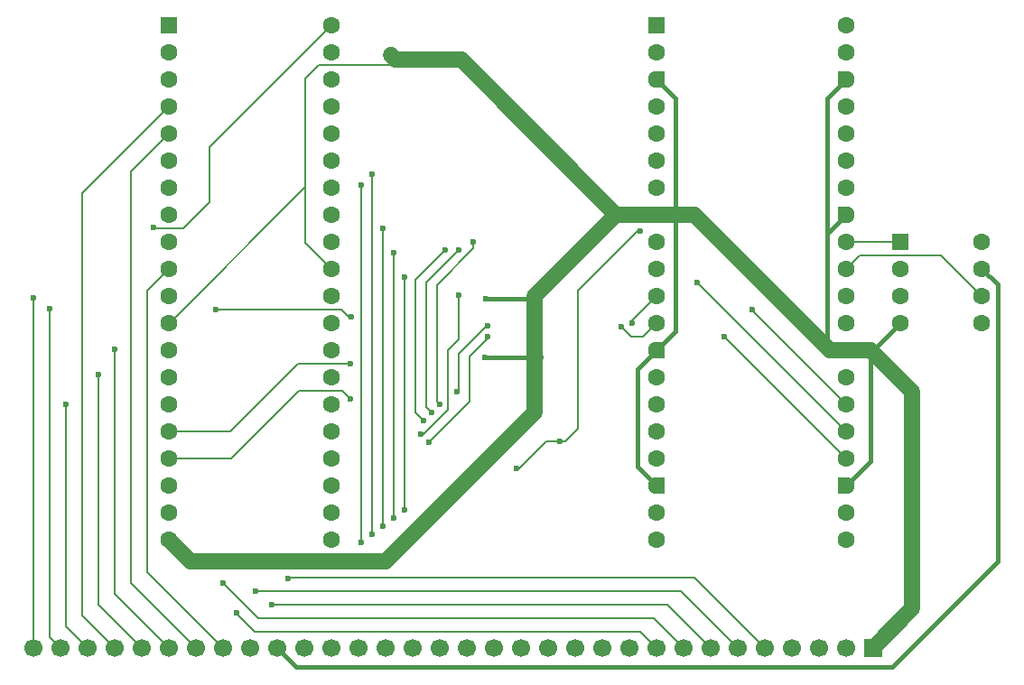
<source format=gbr>
%TF.GenerationSoftware,KiCad,Pcbnew,9.0.6-9.0.6~ubuntu24.04.1*%
%TF.CreationDate,2025-12-07T17:22:10+00:00*%
%TF.ProjectId,board_722039m,626f6172-645f-4373-9232-3033396d2e6b,rev?*%
%TF.SameCoordinates,Original*%
%TF.FileFunction,Copper,L2,Bot*%
%TF.FilePolarity,Positive*%
%FSLAX46Y46*%
G04 Gerber Fmt 4.6, Leading zero omitted, Abs format (unit mm)*
G04 Created by KiCad (PCBNEW 9.0.6-9.0.6~ubuntu24.04.1) date 2025-12-07 17:22:10*
%MOMM*%
%LPD*%
G01*
G04 APERTURE LIST*
G04 Aperture macros list*
%AMRoundRect*
0 Rectangle with rounded corners*
0 $1 Rounding radius*
0 $2 $3 $4 $5 $6 $7 $8 $9 X,Y pos of 4 corners*
0 Add a 4 corners polygon primitive as box body*
4,1,4,$2,$3,$4,$5,$6,$7,$8,$9,$2,$3,0*
0 Add four circle primitives for the rounded corners*
1,1,$1+$1,$2,$3*
1,1,$1+$1,$4,$5*
1,1,$1+$1,$6,$7*
1,1,$1+$1,$8,$9*
0 Add four rect primitives between the rounded corners*
20,1,$1+$1,$2,$3,$4,$5,0*
20,1,$1+$1,$4,$5,$6,$7,0*
20,1,$1+$1,$6,$7,$8,$9,0*
20,1,$1+$1,$8,$9,$2,$3,0*%
%AMFreePoly0*
4,1,37,0.603843,0.796157,0.639018,0.796157,0.711114,0.766294,0.766294,0.711114,0.796157,0.639018,0.796157,0.603843,0.800000,0.600000,0.800000,-0.600000,0.796157,-0.603843,0.796157,-0.639018,0.766294,-0.711114,0.711114,-0.766294,0.639018,-0.796157,0.603843,-0.796157,0.600000,-0.800000,0.000000,-0.800000,0.000000,-0.796148,-0.078414,-0.796148,-0.232228,-0.765552,-0.377117,-0.705537,
-0.507515,-0.618408,-0.618408,-0.507515,-0.705537,-0.377117,-0.765552,-0.232228,-0.796148,-0.078414,-0.796148,0.078414,-0.765552,0.232228,-0.705537,0.377117,-0.618408,0.507515,-0.507515,0.618408,-0.377117,0.705537,-0.232228,0.765552,-0.078414,0.796148,0.000000,0.796148,0.000000,0.800000,0.600000,0.800000,0.603843,0.796157,0.603843,0.796157,$1*%
%AMFreePoly1*
4,1,37,0.000000,0.796148,0.078414,0.796148,0.232228,0.765552,0.377117,0.705537,0.507515,0.618408,0.618408,0.507515,0.705537,0.377117,0.765552,0.232228,0.796148,0.078414,0.796148,-0.078414,0.765552,-0.232228,0.705537,-0.377117,0.618408,-0.507515,0.507515,-0.618408,0.377117,-0.705537,0.232228,-0.765552,0.078414,-0.796148,0.000000,-0.796148,0.000000,-0.800000,-0.600000,-0.800000,
-0.603843,-0.796157,-0.639018,-0.796157,-0.711114,-0.766294,-0.766294,-0.711114,-0.796157,-0.639018,-0.796157,-0.603843,-0.800000,-0.600000,-0.800000,0.600000,-0.796157,0.603843,-0.796157,0.639018,-0.766294,0.711114,-0.711114,0.766294,-0.639018,0.796157,-0.603843,0.796157,-0.600000,0.800000,0.000000,0.800000,0.000000,0.796148,0.000000,0.796148,$1*%
G04 Aperture macros list end*
%TA.AperFunction,ComponentPad*%
%ADD10RoundRect,0.250000X-0.550000X-0.550000X0.550000X-0.550000X0.550000X0.550000X-0.550000X0.550000X0*%
%TD*%
%TA.AperFunction,ComponentPad*%
%ADD11C,1.600000*%
%TD*%
%TA.AperFunction,ComponentPad*%
%ADD12RoundRect,0.200000X-0.600000X-0.600000X0.600000X-0.600000X0.600000X0.600000X-0.600000X0.600000X0*%
%TD*%
%TA.AperFunction,ComponentPad*%
%ADD13FreePoly0,0.000000*%
%TD*%
%TA.AperFunction,ComponentPad*%
%ADD14FreePoly1,0.000000*%
%TD*%
%TA.AperFunction,ComponentPad*%
%ADD15R,1.700000X1.700000*%
%TD*%
%TA.AperFunction,ComponentPad*%
%ADD16C,1.700000*%
%TD*%
%TA.AperFunction,ViaPad*%
%ADD17C,0.600000*%
%TD*%
%TA.AperFunction,Conductor*%
%ADD18C,0.200000*%
%TD*%
%TA.AperFunction,Conductor*%
%ADD19C,0.400000*%
%TD*%
%TA.AperFunction,Conductor*%
%ADD20C,1.500000*%
%TD*%
%TA.AperFunction,Conductor*%
%ADD21C,1.000000*%
%TD*%
G04 APERTURE END LIST*
D10*
%TO.P,U1,1,P1.0/T2*%
%TO.N,/STANDBY*%
X62120000Y-37880000D03*
D11*
%TO.P,U1,2,P1.1/T2EX*%
%TO.N,/KEYB{slash}TX*%
X62120000Y-40420000D03*
%TO.P,U1,3,P1.2*%
%TO.N,/KEYB{slash}RX*%
X62120000Y-42960000D03*
%TO.P,U1,4,P1.3*%
%TO.N,/MODEM{slash}CD*%
X62120000Y-45500000D03*
%TO.P,U1,5,P1.4*%
%TO.N,/MODEM{slash}RELAY*%
X62120000Y-48040000D03*
%TO.P,U1,6,P1.5*%
%TO.N,/MODEM{slash}RTS*%
X62120000Y-50580000D03*
%TO.P,U1,7,P1.6*%
%TO.N,/MODEM{slash}TX*%
X62120000Y-53120000D03*
%TO.P,U1,8,P1.7*%
%TO.N,/PERI{slash}PTIN*%
X62120000Y-55660000D03*
%TO.P,U1,9,RST*%
%TO.N,Net-(U1-RST)*%
X62120000Y-58200000D03*
%TO.P,U1,10,P3.0/RXD*%
%TO.N,/PERI{slash}RX*%
X62120000Y-60740000D03*
%TO.P,U1,11,P3.1/TXD*%
%TO.N,/PERI{slash}TX*%
X62120000Y-63280000D03*
%TO.P,U1,12,P3.2/~{INT0}*%
%TO.N,GND*%
X62120000Y-65820000D03*
%TO.P,U1,13,P3.3/~{INT1}*%
%TO.N,/MODEM{slash}RX*%
X62120000Y-68360000D03*
%TO.P,U1,14,P3.4/T0*%
%TO.N,/PERI{slash}PTOUT*%
X62120000Y-70900000D03*
%TO.P,U1,15,P3.5/T1*%
%TO.N,/MODEM{slash}REVERSAL*%
X62120000Y-73440000D03*
%TO.P,U1,16,P3.6/~{WR}*%
%TO.N,/BUS{slash}WR*%
X62120000Y-75980000D03*
%TO.P,U1,17,P3.7/~{RD}*%
%TO.N,/BUS{slash}RD*%
X62120000Y-78520000D03*
%TO.P,U1,18,XTAL2*%
%TO.N,Net-(JP2-C)*%
X62120000Y-81060000D03*
%TO.P,U1,19,XTAL1*%
%TO.N,Net-(JP1-C)*%
X62120000Y-83600000D03*
%TO.P,U1,20,VSS*%
%TO.N,GND*%
X62120000Y-86140000D03*
%TO.P,U1,21,P2.0/A8*%
%TO.N,/BUS{slash}A8*%
X77360000Y-86140000D03*
%TO.P,U1,22,P2.1/A9*%
%TO.N,/BUS{slash}A9*%
X77360000Y-83600000D03*
%TO.P,U1,23,P2.2/A10*%
%TO.N,/BUS{slash}A10*%
X77360000Y-81060000D03*
%TO.P,U1,24,P2.3/A11*%
%TO.N,/BUS{slash}A11*%
X77360000Y-78520000D03*
%TO.P,U1,25,P2.4/A12*%
%TO.N,/BUS{slash}A12*%
X77360000Y-75980000D03*
%TO.P,U1,26,P2.5/A13*%
%TO.N,/BUS{slash}A13*%
X77360000Y-73440000D03*
%TO.P,U1,27,P2.6/A14*%
%TO.N,/BUS{slash}A14*%
X77360000Y-70900000D03*
%TO.P,U1,28,P2.7/A15*%
%TO.N,/BUS{slash}A15*%
X77360000Y-68360000D03*
%TO.P,U1,29,~{PSEN}*%
%TO.N,/BUS{slash}PSEN*%
X77360000Y-65820000D03*
%TO.P,U1,30,ALE*%
%TO.N,/BUS{slash}ALE*%
X77360000Y-63280000D03*
%TO.P,U1,31,~{EA}*%
%TO.N,GND*%
X77360000Y-60740000D03*
%TO.P,U1,32,P0.7/AD7*%
%TO.N,/BUS{slash}AD7*%
X77360000Y-58200000D03*
%TO.P,U1,33,P0.6/AD6*%
%TO.N,/BUS{slash}AD6*%
X77360000Y-55660000D03*
%TO.P,U1,34,P0.5/AD5*%
%TO.N,/BUS{slash}AD5*%
X77360000Y-53120000D03*
%TO.P,U1,35,P0.4/AD4*%
%TO.N,/BUS{slash}AD4*%
X77360000Y-50580000D03*
%TO.P,U1,36,P0.3/AD3*%
%TO.N,/BUS{slash}AD3*%
X77360000Y-48040000D03*
%TO.P,U1,37,P0.2/AD2*%
%TO.N,/BUS{slash}AD2*%
X77360000Y-45500000D03*
%TO.P,U1,38,P0.1/AD1*%
%TO.N,/BUS{slash}AD1*%
X77360000Y-42960000D03*
%TO.P,U1,39,P0.0/AD0*%
%TO.N,/BUS{slash}AD0*%
X77360000Y-40420000D03*
%TO.P,U1,40,VCC*%
%TO.N,+5V*%
X77360000Y-37880000D03*
%TD*%
D12*
%TO.P,J2,1,GPIO0*%
%TO.N,/PICO{slash}AD0*%
X107840000Y-37880000D03*
D11*
%TO.P,J2,2,GPIO1*%
%TO.N,/PICO{slash}AD1*%
X107840000Y-40420000D03*
D13*
%TO.P,J2,3,GND*%
%TO.N,GND*%
X107840000Y-42960000D03*
D11*
%TO.P,J2,4,GPIO2*%
%TO.N,/PICO{slash}AD2*%
X107840000Y-45500000D03*
%TO.P,J2,5,GPIO3*%
%TO.N,/PICO{slash}AD3*%
X107840000Y-48040000D03*
%TO.P,J2,6,GPIO4*%
%TO.N,/PICO{slash}AD4*%
X107840000Y-50580000D03*
%TO.P,J2,7,GPIO5*%
%TO.N,/PICO{slash}AD5*%
X107840000Y-53120000D03*
D13*
%TO.P,J2,8,GND*%
%TO.N,GND*%
X107840000Y-55660000D03*
D11*
%TO.P,J2,9,GPIO6*%
%TO.N,/PICO{slash}AD6*%
X107840000Y-58200000D03*
%TO.P,J2,10,GPIO7*%
%TO.N,/PICO{slash}AD7*%
X107840000Y-60740000D03*
%TO.P,J2,11,GPIO8*%
%TO.N,/PICO{slash}A15*%
X107840000Y-63280000D03*
%TO.P,J2,12,GPIO9*%
%TO.N,/PICO{slash}A14*%
X107840000Y-65820000D03*
D13*
%TO.P,J2,13,GND*%
%TO.N,GND*%
X107840000Y-68360000D03*
D11*
%TO.P,J2,14,GPIO10*%
%TO.N,/PICO{slash}A13*%
X107840000Y-70900000D03*
%TO.P,J2,15,GPIO11*%
%TO.N,/PICO{slash}A12*%
X107840000Y-73440000D03*
%TO.P,J2,16,GPIO12*%
%TO.N,/PICO{slash}A11*%
X107840000Y-75980000D03*
%TO.P,J2,17,GPIO13*%
%TO.N,/PICO{slash}A10*%
X107840000Y-78520000D03*
D13*
%TO.P,J2,18,GND*%
%TO.N,GND*%
X107840000Y-81060000D03*
D11*
%TO.P,J2,19,GPIO14*%
%TO.N,/PICO{slash}A9*%
X107840000Y-83600000D03*
%TO.P,J2,20,GPIO15*%
%TO.N,/PICO{slash}A8*%
X107840000Y-86140000D03*
%TO.P,J2,21,GPIO16*%
%TO.N,/BACKUP{slash}MOSI*%
X125620000Y-86140000D03*
%TO.P,J2,22,GPIO17*%
%TO.N,/BACKUP{slash}MISO*%
X125620000Y-83600000D03*
D14*
%TO.P,J2,23,GND*%
%TO.N,GND*%
X125620000Y-81060000D03*
D11*
%TO.P,J2,24,GPIO18*%
%TO.N,Net-(J2-GPIO18)*%
X125620000Y-78520000D03*
%TO.P,J2,25,GPIO19*%
%TO.N,/PICO{slash}ALE*%
X125620000Y-75980000D03*
%TO.P,J2,26,GPIO20*%
%TO.N,/PICO{slash}PSEN*%
X125620000Y-73440000D03*
%TO.P,J2,27,GPIO21*%
%TO.N,/PICO{slash}WR*%
X125620000Y-70900000D03*
D14*
%TO.P,J2,28,GND*%
%TO.N,GND*%
X125620000Y-68360000D03*
D11*
%TO.P,J2,29,GPIO22*%
%TO.N,/PICO{slash}RD*%
X125620000Y-65820000D03*
%TO.P,J2,30,RUN*%
%TO.N,unconnected-(J2-RUN-Pad30)*%
X125620000Y-63280000D03*
%TO.P,J2,31,GPIO26/ADC0*%
%TO.N,/BACKUP{slash}SCK*%
X125620000Y-60740000D03*
%TO.P,J2,32,GPIO27/ADC1*%
%TO.N,/BACKUP{slash}CS*%
X125620000Y-58200000D03*
D14*
%TO.P,J2,33,AGND*%
%TO.N,GND*%
X125620000Y-55660000D03*
D11*
%TO.P,J2,34,GPIO28/ADC2*%
%TO.N,/PICO{slash}BUS_EN*%
X125620000Y-53120000D03*
%TO.P,J2,35,ADC_VREF*%
%TO.N,unconnected-(J2-ADC_VREF-Pad35)*%
X125620000Y-50580000D03*
%TO.P,J2,36,3V3*%
%TO.N,+3V3*%
X125620000Y-48040000D03*
%TO.P,J2,37,3V3_EN*%
%TO.N,unconnected-(J2-3V3_EN-Pad37)*%
X125620000Y-45500000D03*
D14*
%TO.P,J2,38,GND*%
%TO.N,GND*%
X125620000Y-42960000D03*
D11*
%TO.P,J2,39,VSYS*%
%TO.N,Net-(D1-K)*%
X125620000Y-40420000D03*
%TO.P,J2,40,VBUS*%
%TO.N,unconnected-(J2-VBUS-Pad40)*%
X125620000Y-37880000D03*
%TD*%
D15*
%TO.P,J1,1,GND*%
%TO.N,GND*%
X128160000Y-96300000D03*
D16*
%TO.P,J1,2,+12V(?)*%
%TO.N,unconnected-(J1-+12V(?)-Pad2)*%
X125620000Y-96300000D03*
%TO.P,J1,3,-12V(?)*%
%TO.N,unconnected-(J1--12V(?)-Pad3)*%
X123080000Y-96300000D03*
%TO.P,J1,4,+8V(?)*%
%TO.N,unconnected-(J1-+8V(?)-Pad4)*%
X120540000Y-96300000D03*
%TO.P,J1,5,VV*%
%TO.N,/STANDBY*%
X118000000Y-96300000D03*
%TO.P,J1,6,TPV*%
%TO.N,/KEYB{slash}RX*%
X115460000Y-96300000D03*
%TO.P,J1,7,TVP*%
%TO.N,/KEYB{slash}TX*%
X112920000Y-96300000D03*
%TO.P,J1,8,PTOUT*%
%TO.N,/PERI{slash}PTOUT*%
X110380000Y-96300000D03*
%TO.P,J1,9,PTIN*%
%TO.N,/PERI{slash}PTIN*%
X107840000Y-96300000D03*
%TO.P,J1,10,+5V*%
%TO.N,+5V*%
X105300000Y-96300000D03*
%TO.P,J1,11,WRN*%
%TO.N,/BUS{slash}WR*%
X102760000Y-96300000D03*
%TO.P,J1,12,AD0*%
%TO.N,/BUS{slash}AD0*%
X100220000Y-96300000D03*
%TO.P,J1,13,AD1*%
%TO.N,/BUS{slash}AD1*%
X97680000Y-96300000D03*
%TO.P,J1,14,AD2*%
%TO.N,/BUS{slash}AD2*%
X95140000Y-96300000D03*
%TO.P,J1,15,RDN*%
%TO.N,/BUS{slash}RD*%
X92600000Y-96300000D03*
%TO.P,J1,16,ALE*%
%TO.N,/BUS{slash}ALE*%
X90060000Y-96300000D03*
%TO.P,J1,17,CSVGP*%
%TO.N,/BUS{slash}A15*%
X87520000Y-96300000D03*
%TO.P,J1,18,AD7*%
%TO.N,/BUS{slash}AD7*%
X84980000Y-96300000D03*
%TO.P,J1,19,AD6*%
%TO.N,/BUS{slash}AD6*%
X82440000Y-96300000D03*
%TO.P,J1,20,AD5*%
%TO.N,/BUS{slash}AD5*%
X79900000Y-96300000D03*
%TO.P,J1,21,AD3*%
%TO.N,/BUS{slash}AD3*%
X77360000Y-96300000D03*
%TO.P,J1,22,AD4*%
%TO.N,/BUS{slash}AD4*%
X74820000Y-96300000D03*
%TO.P,J1,23,V_{BAT}*%
%TO.N,+BATT*%
X72280000Y-96300000D03*
%TO.P,J1,24,12MHz*%
%TO.N,/EXTCLK*%
X69740000Y-96300000D03*
%TO.P,J1,25,RXP*%
%TO.N,/PERI{slash}RX*%
X67200000Y-96300000D03*
%TO.P,J1,26,MLN*%
%TO.N,/MODEM{slash}RELAY*%
X64660000Y-96300000D03*
%TO.P,J1,27,TXP*%
%TO.N,/PERI{slash}TX*%
X62120000Y-96300000D03*
%TO.P,J1,28,RXDN*%
%TO.N,/MODEM{slash}RX*%
X59580000Y-96300000D03*
%TO.P,J1,29,DPN*%
%TO.N,/MODEM{slash}CD*%
X57040000Y-96300000D03*
%TO.P,J1,30,REV*%
%TO.N,/MODEM{slash}REVERSAL*%
X54500000Y-96300000D03*
%TO.P,J1,31,TDN*%
%TO.N,/MODEM{slash}TX*%
X51960000Y-96300000D03*
%TO.P,J1,32,DPEN*%
%TO.N,/MODEM{slash}RTS*%
X49420000Y-96300000D03*
%TD*%
D10*
%TO.P,U2,1,~{CS}*%
%TO.N,/BACKUP{slash}CS*%
X130700000Y-58200000D03*
D11*
%TO.P,U2,2,MISO*%
%TO.N,/BACKUP{slash}MISO*%
X130700000Y-60740000D03*
%TO.P,U2,3,NC*%
%TO.N,unconnected-(U2-NC-Pad3)*%
X130700000Y-63280000D03*
%TO.P,U2,4,GND*%
%TO.N,GND*%
X130700000Y-65820000D03*
%TO.P,U2,5,MOSI*%
%TO.N,/BACKUP{slash}MOSI*%
X138320000Y-65820000D03*
%TO.P,U2,6,SCK*%
%TO.N,/BACKUP{slash}SCK*%
X138320000Y-63280000D03*
%TO.P,U2,7,V_{BAT}*%
%TO.N,+BATT*%
X138320000Y-60740000D03*
%TO.P,U2,8,VCC*%
%TO.N,+3V3*%
X138320000Y-58200000D03*
%TD*%
D17*
%TO.N,/MODEM{slash}REVERSAL*%
X52468000Y-73440000D03*
%TO.N,/PERI{slash}TX*%
X57040000Y-68326000D03*
%TO.N,/BUS{slash}RD*%
X92004412Y-67090000D03*
X79138000Y-72932000D03*
X86504000Y-76996000D03*
%TO.N,/PERI{slash}PTIN*%
X68470000Y-92998000D03*
%TO.N,/MODEM{slash}RTS*%
X49420000Y-63500000D03*
%TO.N,/BUS{slash}WR*%
X89125000Y-72251000D03*
X79138000Y-69630000D03*
X92004412Y-66074000D03*
%TO.N,/BUS{slash}ALE*%
X89255600Y-63271400D03*
X85742000Y-76234000D03*
%TO.N,/KEYB{slash}TX*%
X71772000Y-92236000D03*
%TO.N,/MODEM{slash}TX*%
X50944000Y-64516000D03*
%TO.N,/BUS{slash}AD0*%
X87520000Y-73440000D03*
X90665500Y-58200000D03*
%TO.N,GND*%
X82956400Y-40741600D03*
X96954000Y-63570000D03*
X91802000Y-63570000D03*
X96970000Y-69070000D03*
X91786000Y-69070000D03*
%TO.N,/BUS{slash}AD3*%
X81170000Y-51850000D03*
X81170000Y-85632000D03*
%TO.N,+5V*%
X60706000Y-56896000D03*
%TO.N,/STANDBY*%
X73296000Y-89823000D03*
%TO.N,/BUS{slash}AD1*%
X86758000Y-74202000D03*
X89292088Y-58967912D03*
%TO.N,/BUS{slash}AD2*%
X85996000Y-74964000D03*
X88028000Y-58962000D03*
%TO.N,/PERI{slash}PTOUT*%
X67200000Y-90204000D03*
%TO.N,/BUS{slash}AD4*%
X80154000Y-86394000D03*
X80154000Y-52866000D03*
%TO.N,/MODEM{slash}RX*%
X55516000Y-70646000D03*
%TO.N,/KEYB{slash}RX*%
X70248000Y-90966000D03*
%TO.N,/BUS{slash}AD5*%
X82186000Y-84870000D03*
X82186000Y-56930000D03*
%TO.N,/BUS{slash}AD6*%
X83202000Y-84108000D03*
X83202000Y-59216000D03*
%TO.N,/BUS{slash}AD7*%
X84218000Y-61502000D03*
X84218000Y-83346000D03*
%TO.N,/PICO{slash}A15*%
X105554000Y-65820000D03*
%TO.N,/PICO{slash}A14*%
X104538000Y-66170000D03*
%TO.N,Net-(J2-GPIO18)*%
X114190000Y-67090000D03*
%TO.N,Net-(U1-RST)*%
X66548000Y-64550000D03*
X79222600Y-65278000D03*
%TO.N,/PICO{slash}ALE*%
X111650000Y-62010000D03*
%TO.N,/PICO{slash}PSEN*%
X116840000Y-64550000D03*
%TO.N,/PICO{slash}BUS_EN*%
X98806000Y-76962000D03*
X106349800Y-57226200D03*
X94742000Y-79502000D03*
%TD*%
D18*
%TO.N,/MODEM{slash}REVERSAL*%
X52468000Y-73440000D02*
X52468000Y-94268000D01*
X52468000Y-94268000D02*
X54500000Y-96300000D01*
%TO.N,/PERI{slash}TX*%
X57040000Y-91220000D02*
X62120000Y-96300000D01*
X57040000Y-68326000D02*
X57040000Y-91220000D01*
%TO.N,/BUS{slash}RD*%
X90314000Y-68951206D02*
X90314000Y-73186000D01*
X92004412Y-67260794D02*
X90314000Y-68951206D01*
X67987200Y-78520000D02*
X62120000Y-78520000D01*
X92004412Y-67090000D02*
X92004412Y-67260794D01*
X86504000Y-76996000D02*
X90314000Y-73186000D01*
X78376000Y-72170000D02*
X74337200Y-72170000D01*
X74337200Y-72170000D02*
X67987200Y-78520000D01*
X79138000Y-72932000D02*
X78376000Y-72170000D01*
%TO.N,/PERI{slash}PTIN*%
X70121000Y-94776000D02*
X106316000Y-94776000D01*
X68470000Y-92998000D02*
X68470000Y-93125000D01*
X106316000Y-94776000D02*
X107840000Y-96300000D01*
X68470000Y-93125000D02*
X70121000Y-94776000D01*
%TO.N,/MODEM{slash}RTS*%
X49420000Y-63500000D02*
X49420000Y-96300000D01*
%TO.N,/BUS{slash}WR*%
X89298000Y-72078000D02*
X89298000Y-68697206D01*
X89298000Y-68697206D02*
X91921206Y-66074000D01*
X79138000Y-69630000D02*
X74184800Y-69630000D01*
X67834800Y-75980000D02*
X62120000Y-75980000D01*
X91921206Y-66074000D02*
X92004412Y-66074000D01*
X74184800Y-69630000D02*
X67834800Y-75980000D01*
X89125000Y-72251000D02*
X89298000Y-72078000D01*
%TO.N,/BUS{slash}ALE*%
X89255600Y-67386400D02*
X88282000Y-68360000D01*
X88282000Y-73948000D02*
X85996000Y-76234000D01*
X89255600Y-63271400D02*
X89255600Y-67386400D01*
X88282000Y-68360000D02*
X88282000Y-73948000D01*
X85996000Y-76234000D02*
X85742000Y-76234000D01*
%TO.N,/MODEM{slash}CD*%
X53992000Y-93252000D02*
X53992000Y-53628000D01*
X53992000Y-53628000D02*
X62120000Y-45500000D01*
X57040000Y-96300000D02*
X53992000Y-93252000D01*
D19*
%TO.N,+BATT*%
X139827000Y-62247000D02*
X139827000Y-88189000D01*
X74058000Y-98078000D02*
X72280000Y-96300000D01*
X129938000Y-98078000D02*
X74058000Y-98078000D01*
X138320000Y-60740000D02*
X139827000Y-62247000D01*
X139827000Y-88189000D02*
X129938000Y-98078000D01*
D18*
%TO.N,/KEYB{slash}TX*%
X108856000Y-92236000D02*
X112920000Y-96300000D01*
X71772000Y-92236000D02*
X108856000Y-92236000D01*
%TO.N,/MODEM{slash}TX*%
X50944000Y-64516000D02*
X50944000Y-95284000D01*
X50944000Y-95284000D02*
X51960000Y-96300000D01*
%TO.N,/BUS{slash}AD0*%
X87520000Y-73440000D02*
X87266000Y-73186000D01*
X90665500Y-58864500D02*
X90665500Y-58200000D01*
X87266000Y-73186000D02*
X87266000Y-62264000D01*
X87266000Y-62264000D02*
X90665500Y-58864500D01*
D19*
%TO.N,GND*%
X130700000Y-65820000D02*
X128160000Y-68360000D01*
D20*
X124096000Y-68360000D02*
X111396000Y-55660000D01*
D19*
X123842000Y-57438000D02*
X123842000Y-44738000D01*
D18*
X76200000Y-41656000D02*
X82854800Y-41656000D01*
D20*
X111396000Y-55660000D02*
X107840000Y-55660000D01*
D19*
X123842000Y-68106000D02*
X123842000Y-57438000D01*
D20*
X131826000Y-92634000D02*
X128160000Y-96300000D01*
X96410000Y-74202000D02*
X96410000Y-69122000D01*
X64152000Y-88172000D02*
X82440000Y-88172000D01*
D19*
X106062000Y-79282000D02*
X106062000Y-70138000D01*
X91786000Y-69070000D02*
X96358000Y-69070000D01*
D18*
X82956400Y-41554400D02*
X82956400Y-40741600D01*
D19*
X109618000Y-66582000D02*
X109618000Y-55660000D01*
X128160000Y-68360000D02*
X127906000Y-68360000D01*
X91802000Y-63570000D02*
X96120000Y-63570000D01*
D18*
X74930000Y-42926000D02*
X76200000Y-41656000D01*
D21*
X107840000Y-55660000D02*
X109618000Y-55660000D01*
D20*
X104030000Y-55660000D02*
X107840000Y-55660000D01*
D19*
X106062000Y-70138000D02*
X107840000Y-68360000D01*
D18*
X62196000Y-65820000D02*
X74930000Y-53086000D01*
D19*
X109618000Y-55660000D02*
X109618000Y-44738000D01*
D20*
X96410000Y-63280000D02*
X104030000Y-55660000D01*
X131826000Y-72280000D02*
X131826000Y-92634000D01*
D19*
X107840000Y-68360000D02*
X109618000Y-66582000D01*
X123842000Y-44738000D02*
X125620000Y-42960000D01*
D20*
X89518000Y-41148000D02*
X83362800Y-41148000D01*
D18*
X74930000Y-53086000D02*
X74930000Y-42926000D01*
D20*
X83362800Y-41148000D02*
X82956400Y-40741600D01*
D19*
X107840000Y-81060000D02*
X106062000Y-79282000D01*
X96358000Y-69070000D02*
X96410000Y-69122000D01*
D18*
X62120000Y-65820000D02*
X62196000Y-65820000D01*
D19*
X125620000Y-81060000D02*
X127906000Y-78774000D01*
D18*
X74930000Y-58310000D02*
X74930000Y-53086000D01*
X82854800Y-41656000D02*
X82956400Y-41554400D01*
D19*
X96120000Y-63570000D02*
X96410000Y-63280000D01*
D20*
X96410000Y-69122000D02*
X96410000Y-63280000D01*
X127906000Y-68360000D02*
X131826000Y-72280000D01*
X104030000Y-55660000D02*
X89518000Y-41148000D01*
D18*
X77360000Y-60740000D02*
X74930000Y-58310000D01*
D20*
X125620000Y-68360000D02*
X124096000Y-68360000D01*
D19*
X125620000Y-55660000D02*
X123842000Y-57438000D01*
D20*
X82440000Y-88172000D02*
X96410000Y-74202000D01*
D19*
X127906000Y-78774000D02*
X127906000Y-68360000D01*
X109618000Y-44738000D02*
X107840000Y-42960000D01*
D20*
X62120000Y-86140000D02*
X64152000Y-88172000D01*
X127906000Y-68360000D02*
X125620000Y-68360000D01*
D18*
%TO.N,/BUS{slash}AD3*%
X81170000Y-85632000D02*
X81170000Y-51850000D01*
%TO.N,+5V*%
X65913000Y-54483000D02*
X65913000Y-49327000D01*
X60706000Y-56896000D02*
X60892000Y-56896000D01*
X60926000Y-56930000D02*
X63466000Y-56930000D01*
X65913000Y-49327000D02*
X77360000Y-37880000D01*
X63466000Y-56930000D02*
X65913000Y-54483000D01*
X60892000Y-56896000D02*
X60926000Y-56930000D01*
%TO.N,/STANDBY*%
X73423000Y-89823000D02*
X73550000Y-89696000D01*
X73550000Y-89696000D02*
X111396000Y-89696000D01*
X73296000Y-89823000D02*
X73423000Y-89823000D01*
X111396000Y-89696000D02*
X118000000Y-96300000D01*
%TO.N,/BUS{slash}AD1*%
X86250000Y-73694000D02*
X86758000Y-74202000D01*
X89292088Y-58967912D02*
X86250000Y-62010000D01*
X86250000Y-62010000D02*
X86250000Y-73694000D01*
%TO.N,/BUS{slash}AD2*%
X88028000Y-58962000D02*
X85234000Y-61756000D01*
X85234000Y-61756000D02*
X85234000Y-74202000D01*
X85234000Y-74202000D02*
X85996000Y-74964000D01*
%TO.N,/PERI{slash}PTOUT*%
X107586000Y-93506000D02*
X70502000Y-93506000D01*
X70502000Y-93506000D02*
X67200000Y-90204000D01*
X110380000Y-96300000D02*
X107586000Y-93506000D01*
%TO.N,/BUS{slash}AD4*%
X80154000Y-86394000D02*
X80154000Y-52866000D01*
%TO.N,/MODEM{slash}RX*%
X55516000Y-92236000D02*
X59580000Y-96300000D01*
X55516000Y-70646000D02*
X55516000Y-92236000D01*
%TO.N,/KEYB{slash}RX*%
X70248000Y-90966000D02*
X110126000Y-90966000D01*
X110126000Y-90966000D02*
X115460000Y-96300000D01*
%TO.N,/MODEM{slash}RELAY*%
X58564000Y-51596000D02*
X62120000Y-48040000D01*
X58564000Y-90204000D02*
X58564000Y-51596000D01*
X64660000Y-96300000D02*
X58564000Y-90204000D01*
%TO.N,/BUS{slash}AD5*%
X82186000Y-84870000D02*
X82186000Y-56930000D01*
%TO.N,/PERI{slash}RX*%
X67200000Y-96300000D02*
X60088000Y-89188000D01*
X60088000Y-89188000D02*
X60088000Y-62772000D01*
X60088000Y-62772000D02*
X62120000Y-60740000D01*
%TO.N,/BUS{slash}AD6*%
X83202000Y-84108000D02*
X83202000Y-59216000D01*
%TO.N,/BUS{slash}AD7*%
X84218000Y-83346000D02*
X84218000Y-61502000D01*
%TO.N,/PICO{slash}A15*%
X105554000Y-65566000D02*
X105554000Y-65820000D01*
X107840000Y-63280000D02*
X105554000Y-65566000D01*
X107205000Y-63280000D02*
X107840000Y-63280000D01*
%TO.N,/PICO{slash}A14*%
X106570000Y-67090000D02*
X107840000Y-65820000D01*
X104538000Y-66170000D02*
X105458000Y-67090000D01*
X105458000Y-67090000D02*
X106570000Y-67090000D01*
%TO.N,Net-(J2-GPIO18)*%
X114190000Y-67090000D02*
X125620000Y-78520000D01*
%TO.N,Net-(U1-RST)*%
X78994000Y-65278000D02*
X79222600Y-65278000D01*
X66548000Y-64550000D02*
X78266000Y-64550000D01*
X78266000Y-64550000D02*
X78994000Y-65278000D01*
%TO.N,/BACKUP{slash}CS*%
X125620000Y-58200000D02*
X130700000Y-58200000D01*
%TO.N,/BACKUP{slash}SCK*%
X125620000Y-60740000D02*
X126890000Y-59470000D01*
X134510000Y-59470000D02*
X138320000Y-63280000D01*
X126890000Y-59470000D02*
X134510000Y-59470000D01*
%TO.N,/PICO{slash}ALE*%
X111650000Y-62010000D02*
X125620000Y-75980000D01*
%TO.N,/PICO{slash}PSEN*%
X116840000Y-64550000D02*
X116840000Y-64660000D01*
X116840000Y-64660000D02*
X125620000Y-73440000D01*
%TO.N,/PICO{slash}BUS_EN*%
X106248200Y-57124600D02*
X106349800Y-57226200D01*
X100474000Y-62797200D02*
X106146600Y-57124600D01*
X98806000Y-76962000D02*
X99314000Y-76962000D01*
X97536000Y-76962000D02*
X94996000Y-79502000D01*
X99314000Y-76962000D02*
X100474000Y-75802000D01*
X106146600Y-57124600D02*
X106248200Y-57124600D01*
X94996000Y-79502000D02*
X94742000Y-79502000D01*
X98806000Y-76962000D02*
X97536000Y-76962000D01*
X100474000Y-75802000D02*
X100474000Y-62797200D01*
%TD*%
M02*

</source>
